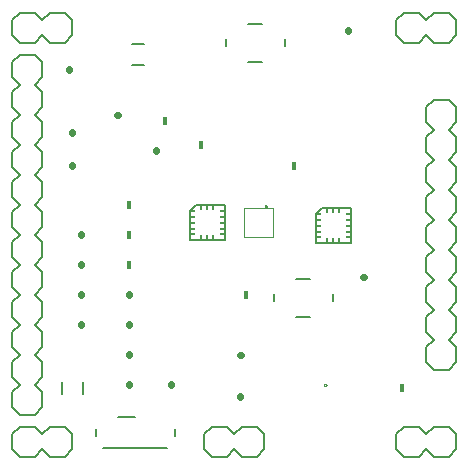
<source format=gto>
G75*
%MOIN*%
%OFA0B0*%
%FSLAX25Y25*%
%IPPOS*%
%LPD*%
%AMOC8*
5,1,8,0,0,1.08239X$1,22.5*
%
%ADD10C,0.02200*%
%ADD11C,0.00800*%
%ADD12C,0.00197*%
%ADD13R,0.01800X0.03000*%
%ADD14C,0.00157*%
%ADD15C,0.00500*%
%ADD16R,0.01378X0.00984*%
%ADD17R,0.00984X0.01378*%
D10*
X0131500Y0119380D02*
X0131500Y0119620D01*
X0131500Y0129380D02*
X0131500Y0129620D01*
X0131500Y0139380D02*
X0131500Y0139620D01*
X0131500Y0149380D02*
X0131500Y0149620D01*
X0115500Y0149620D02*
X0115500Y0149380D01*
X0115500Y0159380D02*
X0115500Y0159620D01*
X0115500Y0169380D02*
X0115500Y0169620D01*
X0112500Y0192380D02*
X0112500Y0192620D01*
X0112500Y0203380D02*
X0112500Y0203620D01*
X0127380Y0209500D02*
X0127620Y0209500D01*
X0140500Y0197620D02*
X0140500Y0197380D01*
X0111500Y0224380D02*
X0111500Y0224620D01*
X0204500Y0237380D02*
X0204500Y0237620D01*
X0209380Y0155500D02*
X0209620Y0155500D01*
X0168620Y0129500D02*
X0168380Y0129500D01*
X0168500Y0115620D02*
X0168500Y0115380D01*
X0145500Y0119380D02*
X0145500Y0119620D01*
X0115500Y0139380D02*
X0115500Y0139620D01*
D11*
X0100000Y0095500D02*
X0095000Y0095500D01*
X0092500Y0098000D01*
X0092500Y0103000D01*
X0095000Y0105500D01*
X0100000Y0105500D01*
X0102500Y0103000D01*
X0105000Y0105500D01*
X0110000Y0105500D01*
X0112500Y0103000D01*
X0112500Y0098000D01*
X0110000Y0095500D01*
X0105000Y0095500D01*
X0102500Y0098000D01*
X0100000Y0095500D01*
X0100000Y0109500D02*
X0095000Y0109500D01*
X0092500Y0112000D01*
X0092500Y0117000D01*
X0095000Y0119500D01*
X0092500Y0122000D01*
X0092500Y0127000D01*
X0095000Y0129500D01*
X0092500Y0132000D01*
X0092500Y0137000D01*
X0095000Y0139500D01*
X0092500Y0142000D01*
X0092500Y0147000D01*
X0095000Y0149500D01*
X0092500Y0152000D01*
X0092500Y0157000D01*
X0095000Y0159500D01*
X0092500Y0162000D01*
X0092500Y0167000D01*
X0095000Y0169500D01*
X0092500Y0172000D01*
X0092500Y0177000D01*
X0095000Y0179500D01*
X0092500Y0182000D01*
X0092500Y0187000D01*
X0095000Y0189500D01*
X0092500Y0192000D01*
X0092500Y0197000D01*
X0095000Y0199500D01*
X0092500Y0202000D01*
X0092500Y0207000D01*
X0095000Y0209500D01*
X0092500Y0212000D01*
X0092500Y0217000D01*
X0095000Y0219500D01*
X0092500Y0222000D01*
X0092500Y0227000D01*
X0095000Y0229500D01*
X0100000Y0229500D01*
X0102500Y0227000D01*
X0102500Y0222000D01*
X0100000Y0219500D01*
X0102500Y0217000D01*
X0102500Y0212000D01*
X0100000Y0209500D01*
X0102500Y0207000D01*
X0102500Y0202000D01*
X0100000Y0199500D01*
X0102500Y0197000D01*
X0102500Y0192000D01*
X0100000Y0189500D01*
X0102500Y0187000D01*
X0102500Y0182000D01*
X0100000Y0179500D01*
X0102500Y0177000D01*
X0102500Y0172000D01*
X0100000Y0169500D01*
X0102500Y0167000D01*
X0102500Y0162000D01*
X0100000Y0159500D01*
X0102500Y0157000D01*
X0102500Y0152000D01*
X0100000Y0149500D01*
X0102500Y0147000D01*
X0102500Y0142000D01*
X0100000Y0139500D01*
X0102500Y0137000D01*
X0102500Y0132000D01*
X0100000Y0129500D01*
X0102500Y0127000D01*
X0102500Y0122000D01*
X0100000Y0119500D01*
X0102500Y0117000D01*
X0102500Y0112000D01*
X0100000Y0109500D01*
X0109000Y0116500D02*
X0109000Y0120500D01*
X0116000Y0120500D02*
X0116000Y0116500D01*
X0120311Y0104681D02*
X0120311Y0102319D01*
X0122870Y0098382D02*
X0144130Y0098382D01*
X0146689Y0102319D02*
X0146689Y0104681D01*
X0156500Y0103000D02*
X0156500Y0098000D01*
X0159000Y0095500D01*
X0164000Y0095500D01*
X0166500Y0098000D01*
X0169000Y0095500D01*
X0174000Y0095500D01*
X0176500Y0098000D01*
X0176500Y0103000D01*
X0174000Y0105500D01*
X0169000Y0105500D01*
X0166500Y0103000D01*
X0164000Y0105500D01*
X0159000Y0105500D01*
X0156500Y0103000D01*
X0133500Y0108618D02*
X0127594Y0108618D01*
X0179657Y0147319D02*
X0179657Y0149681D01*
X0187138Y0154799D02*
X0191862Y0154799D01*
X0199343Y0149681D02*
X0199343Y0147319D01*
X0191862Y0142201D02*
X0187138Y0142201D01*
X0230500Y0142000D02*
X0230500Y0137000D01*
X0233000Y0134500D01*
X0230500Y0132000D01*
X0230500Y0127000D01*
X0233000Y0124500D01*
X0238000Y0124500D01*
X0240500Y0127000D01*
X0240500Y0132000D01*
X0238000Y0134500D01*
X0240500Y0137000D01*
X0240500Y0142000D01*
X0238000Y0144500D01*
X0240500Y0147000D01*
X0240500Y0152000D01*
X0238000Y0154500D01*
X0240500Y0157000D01*
X0240500Y0162000D01*
X0238000Y0164500D01*
X0240500Y0167000D01*
X0240500Y0172000D01*
X0238000Y0174500D01*
X0240500Y0177000D01*
X0240500Y0182000D01*
X0238000Y0184500D01*
X0240500Y0187000D01*
X0240500Y0192000D01*
X0238000Y0194500D01*
X0240500Y0197000D01*
X0240500Y0202000D01*
X0238000Y0204500D01*
X0240500Y0207000D01*
X0240500Y0212000D01*
X0238000Y0214500D01*
X0233000Y0214500D01*
X0230500Y0212000D01*
X0230500Y0207000D01*
X0233000Y0204500D01*
X0230500Y0202000D01*
X0230500Y0197000D01*
X0233000Y0194500D01*
X0230500Y0192000D01*
X0230500Y0187000D01*
X0233000Y0184500D01*
X0230500Y0182000D01*
X0230500Y0177000D01*
X0233000Y0174500D01*
X0230500Y0172000D01*
X0230500Y0167000D01*
X0233000Y0164500D01*
X0230500Y0162000D01*
X0230500Y0157000D01*
X0233000Y0154500D01*
X0230500Y0152000D01*
X0230500Y0147000D01*
X0233000Y0144500D01*
X0230500Y0142000D01*
X0228000Y0105500D02*
X0223000Y0105500D01*
X0220500Y0103000D01*
X0220500Y0098000D01*
X0223000Y0095500D01*
X0228000Y0095500D01*
X0230500Y0098000D01*
X0233000Y0095500D01*
X0238000Y0095500D01*
X0240500Y0098000D01*
X0240500Y0103000D01*
X0238000Y0105500D01*
X0233000Y0105500D01*
X0230500Y0103000D01*
X0228000Y0105500D01*
X0136500Y0226000D02*
X0132500Y0226000D01*
X0132500Y0233000D02*
X0136500Y0233000D01*
X0112500Y0236000D02*
X0112500Y0241000D01*
X0110000Y0243500D01*
X0105000Y0243500D01*
X0102500Y0241000D01*
X0100000Y0243500D01*
X0095000Y0243500D01*
X0092500Y0241000D01*
X0092500Y0236000D01*
X0095000Y0233500D01*
X0100000Y0233500D01*
X0102500Y0236000D01*
X0105000Y0233500D01*
X0110000Y0233500D01*
X0112500Y0236000D01*
X0163657Y0234681D02*
X0163657Y0232319D01*
X0171138Y0227201D02*
X0175862Y0227201D01*
X0183343Y0232319D02*
X0183343Y0234681D01*
X0175862Y0239799D02*
X0171138Y0239799D01*
X0220500Y0241000D02*
X0220500Y0236000D01*
X0223000Y0233500D01*
X0228000Y0233500D01*
X0230500Y0236000D01*
X0233000Y0233500D01*
X0238000Y0233500D01*
X0240500Y0236000D01*
X0240500Y0241000D01*
X0238000Y0243500D01*
X0233000Y0243500D01*
X0230500Y0241000D01*
X0228000Y0243500D01*
X0223000Y0243500D01*
X0220500Y0241000D01*
D12*
X0196359Y0119398D02*
X0196361Y0119440D01*
X0196367Y0119481D01*
X0196377Y0119522D01*
X0196391Y0119562D01*
X0196408Y0119600D01*
X0196429Y0119636D01*
X0196453Y0119670D01*
X0196481Y0119702D01*
X0196511Y0119731D01*
X0196544Y0119756D01*
X0196579Y0119779D01*
X0196616Y0119798D01*
X0196655Y0119814D01*
X0196695Y0119826D01*
X0196736Y0119834D01*
X0196778Y0119838D01*
X0196820Y0119838D01*
X0196862Y0119834D01*
X0196903Y0119826D01*
X0196943Y0119814D01*
X0196982Y0119798D01*
X0197019Y0119779D01*
X0197054Y0119756D01*
X0197087Y0119731D01*
X0197117Y0119702D01*
X0197145Y0119670D01*
X0197169Y0119636D01*
X0197190Y0119600D01*
X0197207Y0119562D01*
X0197221Y0119522D01*
X0197231Y0119481D01*
X0197237Y0119440D01*
X0197239Y0119398D01*
X0197237Y0119356D01*
X0197231Y0119315D01*
X0197221Y0119274D01*
X0197207Y0119234D01*
X0197190Y0119196D01*
X0197169Y0119160D01*
X0197145Y0119126D01*
X0197117Y0119094D01*
X0197087Y0119065D01*
X0197054Y0119040D01*
X0197019Y0119017D01*
X0196982Y0118998D01*
X0196943Y0118982D01*
X0196903Y0118970D01*
X0196862Y0118962D01*
X0196820Y0118958D01*
X0196778Y0118958D01*
X0196736Y0118962D01*
X0196695Y0118970D01*
X0196655Y0118982D01*
X0196616Y0118998D01*
X0196579Y0119017D01*
X0196544Y0119040D01*
X0196511Y0119065D01*
X0196481Y0119094D01*
X0196453Y0119126D01*
X0196429Y0119160D01*
X0196408Y0119196D01*
X0196391Y0119234D01*
X0196377Y0119274D01*
X0196367Y0119315D01*
X0196361Y0119356D01*
X0196359Y0119398D01*
D13*
X0222500Y0118500D03*
X0170500Y0149500D03*
X0131500Y0159500D03*
X0131500Y0169500D03*
X0131500Y0179500D03*
X0155500Y0199500D03*
X0143500Y0207500D03*
X0186500Y0192500D03*
D14*
X0179421Y0178421D02*
X0169579Y0178421D01*
X0169579Y0168579D01*
X0179421Y0168579D01*
X0179421Y0178421D01*
D15*
X0176889Y0178963D02*
X0176891Y0178994D01*
X0176897Y0179025D01*
X0176906Y0179055D01*
X0176920Y0179083D01*
X0176937Y0179109D01*
X0176956Y0179133D01*
X0176979Y0179155D01*
X0177005Y0179173D01*
X0177032Y0179188D01*
X0177061Y0179200D01*
X0177091Y0179208D01*
X0177122Y0179212D01*
X0177154Y0179212D01*
X0177185Y0179208D01*
X0177215Y0179200D01*
X0177244Y0179188D01*
X0177271Y0179173D01*
X0177297Y0179155D01*
X0177320Y0179133D01*
X0177339Y0179109D01*
X0177356Y0179083D01*
X0177370Y0179055D01*
X0177379Y0179025D01*
X0177385Y0178994D01*
X0177387Y0178963D01*
X0177385Y0178932D01*
X0177379Y0178901D01*
X0177370Y0178871D01*
X0177356Y0178843D01*
X0177339Y0178817D01*
X0177320Y0178793D01*
X0177297Y0178771D01*
X0177271Y0178753D01*
X0177244Y0178738D01*
X0177215Y0178726D01*
X0177185Y0178718D01*
X0177154Y0178714D01*
X0177122Y0178714D01*
X0177091Y0178718D01*
X0177061Y0178726D01*
X0177032Y0178738D01*
X0177005Y0178753D01*
X0176979Y0178771D01*
X0176956Y0178793D01*
X0176937Y0178817D01*
X0176920Y0178843D01*
X0176906Y0178871D01*
X0176897Y0178901D01*
X0176891Y0178932D01*
X0176889Y0178963D01*
X0163406Y0179406D02*
X0163406Y0167594D01*
X0151594Y0167594D01*
X0151594Y0177437D01*
X0153563Y0179406D01*
X0163406Y0179406D01*
X0193594Y0176437D02*
X0193594Y0166594D01*
X0205406Y0166594D01*
X0205406Y0178406D01*
X0195563Y0178406D01*
X0193594Y0176437D01*
D16*
X0194677Y0176437D03*
X0194677Y0174469D03*
X0194677Y0172500D03*
X0194677Y0170531D03*
X0194677Y0168563D03*
X0204323Y0168563D03*
X0204323Y0170531D03*
X0204323Y0172500D03*
X0204323Y0174469D03*
X0204323Y0176437D03*
X0162323Y0175469D03*
X0162323Y0177437D03*
X0162323Y0173500D03*
X0162323Y0171531D03*
X0162323Y0169563D03*
X0152677Y0169563D03*
X0152677Y0171531D03*
X0152677Y0173500D03*
X0152677Y0175469D03*
X0152677Y0177437D03*
D17*
X0155531Y0178323D03*
X0157500Y0178323D03*
X0159469Y0178323D03*
X0159469Y0168677D03*
X0157500Y0168677D03*
X0155531Y0168677D03*
X0197531Y0167677D03*
X0199500Y0167677D03*
X0201469Y0167677D03*
X0201469Y0177323D03*
X0199500Y0177323D03*
X0197531Y0177323D03*
M02*

</source>
